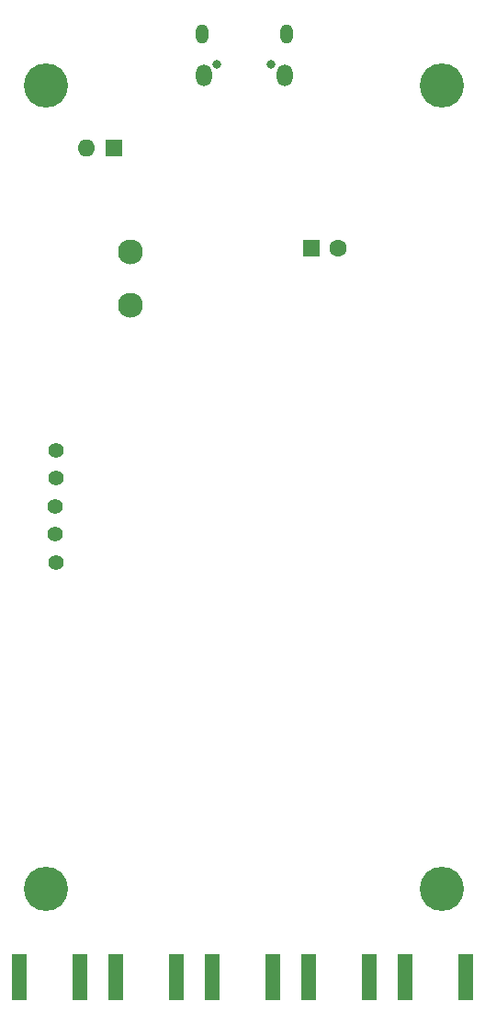
<source format=gbr>
%TF.GenerationSoftware,KiCad,Pcbnew,5.1.8*%
%TF.CreationDate,2020-12-04T12:35:24+08:00*%
%TF.ProjectId,msisdr,6d736973-6472-42e6-9b69-6361645f7063,rev?*%
%TF.SameCoordinates,Original*%
%TF.FileFunction,Soldermask,Bot*%
%TF.FilePolarity,Negative*%
%FSLAX46Y46*%
G04 Gerber Fmt 4.6, Leading zero omitted, Abs format (unit mm)*
G04 Created by KiCad (PCBNEW 5.1.8) date 2020-12-04 12:35:24*
%MOMM*%
%LPD*%
G01*
G04 APERTURE LIST*
%ADD10R,1.350000X4.200000*%
%ADD11C,2.300000*%
%ADD12O,0.800000X0.800000*%
%ADD13O,1.150000X1.800000*%
%ADD14O,1.450000X2.000000*%
%ADD15C,1.400000*%
%ADD16O,1.600000X1.600000*%
%ADD17R,1.600000X1.600000*%
%ADD18C,1.600000*%
%ADD19C,4.064000*%
G04 APERTURE END LIST*
D10*
%TO.C,J10*%
X156749000Y-132080000D03*
X151099000Y-132080000D03*
%TD*%
%TO.C,J8*%
X121189000Y-132080000D03*
X115539000Y-132080000D03*
%TD*%
D11*
%TO.C,Y1*%
X125809000Y-65336000D03*
X125809000Y-70236000D03*
%TD*%
D12*
%TO.C,J11*%
X133800000Y-48000000D03*
X138800000Y-48000000D03*
D13*
X132425000Y-45250000D03*
X140175000Y-45250000D03*
D14*
X132575000Y-49050000D03*
X140025000Y-49050000D03*
%TD*%
D10*
%TO.C,J9*%
X138969000Y-132080000D03*
X133319000Y-132080000D03*
%TD*%
%TO.C,J7*%
X147859000Y-132080000D03*
X142209000Y-132080000D03*
%TD*%
%TO.C,J6*%
X130079000Y-132080000D03*
X124429000Y-132080000D03*
%TD*%
D15*
%TO.C,J5*%
X118979000Y-93966000D03*
%TD*%
%TO.C,J4*%
X118899000Y-91336000D03*
%TD*%
%TO.C,J3*%
X118869000Y-88746000D03*
%TD*%
%TO.C,J2*%
X118929000Y-86156000D03*
%TD*%
%TO.C,J1*%
X118949000Y-83556000D03*
%TD*%
D16*
%TO.C,D5*%
X121750000Y-55740000D03*
D17*
X124290000Y-55740000D03*
%TD*%
%TO.C,C35*%
X142499000Y-64986000D03*
D18*
X144999000Y-64986000D03*
%TD*%
D19*
%TO.C,REF\u002A\u002A*%
X154500000Y-124000000D03*
%TD*%
%TO.C,REF\u002A\u002A*%
X118000000Y-124000000D03*
%TD*%
%TO.C,REF\u002A\u002A*%
X154500000Y-50000000D03*
%TD*%
%TO.C,REF\u002A\u002A*%
X118000000Y-50000000D03*
%TD*%
M02*

</source>
